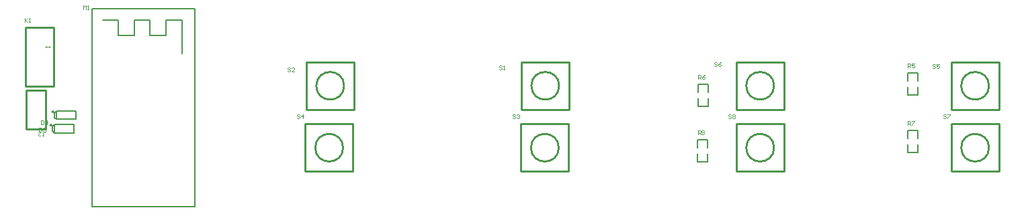
<source format=gto>
G04*
G04 #@! TF.GenerationSoftware,Altium Limited,Altium Designer,18.1.9 (240)*
G04*
G04 Layer_Color=65535*
%FSLAX24Y24*%
%MOIN*%
G70*
G01*
G75*
%ADD10C,0.0100*%
%ADD11C,0.0080*%
%ADD12C,0.0050*%
%ADD13C,0.0060*%
%ADD14C,0.0039*%
D10*
X33139Y29686D02*
G03*
X33139Y29686I-689J0D01*
G01*
X43809D02*
G03*
X43809Y29686I-689J0D01*
G01*
X54469Y29686D02*
G03*
X54469Y29686I-689J0D01*
G01*
X65134D02*
G03*
X65134Y29686I-689J0D01*
G01*
X54469Y26600D02*
G03*
X54469Y26600I-689J0D01*
G01*
X33089Y26600D02*
G03*
X33089Y26600I-689J0D01*
G01*
X43789D02*
G03*
X43789Y26600I-689J0D01*
G01*
X65134Y26600D02*
G03*
X65134Y26600I-689J0D01*
G01*
X33631Y28505D02*
Y30867D01*
X31269D02*
X33631D01*
X31269Y28505D02*
Y30867D01*
Y28505D02*
X33631D01*
X41939Y28505D02*
Y30867D01*
Y28505D02*
X44302D01*
Y30867D01*
X41939D02*
X44302D01*
X54961Y28505D02*
Y30867D01*
X52598D02*
X54961D01*
X52598Y28505D02*
Y30867D01*
Y28505D02*
X54961D01*
X63263Y28505D02*
Y30867D01*
Y28505D02*
X65626D01*
Y30867D01*
X63263D02*
X65626D01*
X18075Y27543D02*
X18334D01*
X17378D02*
X17558D01*
X18334D02*
Y29472D01*
X17378Y27543D02*
Y29472D01*
X18334D01*
X17558Y27543D02*
X18075D01*
X17331Y29675D02*
X18748D01*
Y32589D01*
X17331Y29675D02*
Y32589D01*
X18748D01*
X54961Y25419D02*
Y27781D01*
X52598D02*
X54961D01*
X52598Y25419D02*
Y27781D01*
Y25419D02*
X54961D01*
X31219D02*
Y27781D01*
Y25419D02*
X33581D01*
Y27781D01*
X31219D02*
X33581D01*
X41919D02*
X44281D01*
Y25419D02*
Y27781D01*
X41919Y25419D02*
X44281D01*
X41919D02*
Y27781D01*
X63263Y27781D02*
X65626D01*
Y25419D02*
Y27781D01*
X63263Y25419D02*
X65626D01*
X63263D02*
Y27781D01*
D11*
X18769Y28334D02*
X18860Y28425D01*
X19839Y28015D02*
Y28435D01*
X18869D02*
X19839D01*
X18869Y28015D02*
Y28425D01*
Y28015D02*
X19839D01*
X18769Y28106D02*
X18869Y28015D01*
X18769Y28106D02*
Y28334D01*
X18669Y27659D02*
X18760Y27750D01*
X19739Y27340D02*
Y27760D01*
X18769D02*
X19739D01*
X18769Y27340D02*
Y27750D01*
Y27340D02*
X19739D01*
X18669Y27431D02*
X18769Y27340D01*
X18669Y27431D02*
Y27659D01*
D12*
X18650Y28405D02*
X18730D01*
X18690Y28355D02*
Y28455D01*
X18550Y27730D02*
X18630D01*
X18590Y27680D02*
Y27780D01*
D13*
X51184Y26600D02*
Y27000D01*
X50684Y26600D02*
Y27000D01*
Y25900D02*
Y26300D01*
X51184Y25900D02*
Y26300D01*
X50684Y27000D02*
X51184D01*
X50684Y25900D02*
X51184D01*
X21158Y32963D02*
X21948D01*
Y32183D02*
Y32963D01*
Y32183D02*
X22738D01*
Y32953D01*
X23518D01*
Y32183D02*
Y32953D01*
Y32183D02*
X24318D01*
Y32963D01*
X25088D01*
X25098Y32953D01*
Y31293D02*
Y32953D01*
X20632Y23677D02*
X25750D01*
X20632Y33519D02*
X25750D01*
X25751Y23677D02*
Y33519D01*
X20631Y23677D02*
Y33519D01*
X61600Y27050D02*
Y27450D01*
X61100Y27050D02*
Y27450D01*
Y26350D02*
Y26750D01*
X61600Y26350D02*
Y26750D01*
X61100Y27450D02*
X61600D01*
X61100Y26350D02*
X61600D01*
X61100Y29234D02*
Y29634D01*
X61600Y29234D02*
Y29634D01*
Y29934D02*
Y30334D01*
X61100Y29934D02*
Y30334D01*
Y29234D02*
X61600D01*
X61100Y30334D02*
X61600D01*
X50700Y28650D02*
Y29050D01*
X51200Y28650D02*
Y29050D01*
Y29350D02*
Y29750D01*
X50700Y29350D02*
Y29750D01*
Y28650D02*
X51200D01*
X50700Y29750D02*
X51200D01*
D14*
X18531Y31673D02*
Y31608D01*
Y31640D01*
X18335D01*
Y31673D01*
Y31608D01*
X20200Y33500D02*
Y33697D01*
X20266Y33631D01*
X20331Y33697D01*
Y33500D01*
X20397D02*
X20462D01*
X20430D01*
Y33697D01*
X20397Y33664D01*
X52331Y28234D02*
X52298Y28267D01*
X52233D01*
X52200Y28234D01*
Y28201D01*
X52233Y28168D01*
X52298D01*
X52331Y28136D01*
Y28103D01*
X52298Y28070D01*
X52233D01*
X52200Y28103D01*
X52397Y28234D02*
X52430Y28267D01*
X52495D01*
X52528Y28234D01*
Y28201D01*
X52495Y28168D01*
X52528Y28136D01*
Y28103D01*
X52495Y28070D01*
X52430D01*
X52397Y28103D01*
Y28136D01*
X52430Y28168D01*
X52397Y28201D01*
Y28234D01*
X52430Y28168D02*
X52495D01*
X63001Y28234D02*
X62968Y28267D01*
X62903D01*
X62870Y28234D01*
Y28201D01*
X62903Y28168D01*
X62968D01*
X63001Y28136D01*
Y28103D01*
X62968Y28070D01*
X62903D01*
X62870Y28103D01*
X63067Y28267D02*
X63198D01*
Y28234D01*
X63067Y28103D01*
Y28070D01*
X51631Y30814D02*
X51598Y30847D01*
X51533D01*
X51500Y30814D01*
Y30781D01*
X51533Y30748D01*
X51598D01*
X51631Y30716D01*
Y30683D01*
X51598Y30650D01*
X51533D01*
X51500Y30683D01*
X51828Y30847D02*
X51762Y30814D01*
X51697Y30748D01*
Y30683D01*
X51730Y30650D01*
X51795D01*
X51828Y30683D01*
Y30716D01*
X51795Y30748D01*
X51697D01*
X62469Y30714D02*
X62436Y30747D01*
X62371D01*
X62338Y30714D01*
Y30681D01*
X62371Y30648D01*
X62436D01*
X62469Y30616D01*
Y30583D01*
X62436Y30550D01*
X62371D01*
X62338Y30583D01*
X62666Y30747D02*
X62535D01*
Y30648D01*
X62600Y30681D01*
X62633D01*
X62666Y30648D01*
Y30583D01*
X62633Y30550D01*
X62567D01*
X62535Y30583D01*
X30951Y28234D02*
X30918Y28267D01*
X30853D01*
X30820Y28234D01*
Y28201D01*
X30853Y28168D01*
X30918D01*
X30951Y28136D01*
Y28103D01*
X30918Y28070D01*
X30853D01*
X30820Y28103D01*
X31115Y28070D02*
Y28267D01*
X31017Y28168D01*
X31148D01*
X41651Y28234D02*
X41618Y28267D01*
X41553D01*
X41520Y28234D01*
Y28201D01*
X41553Y28168D01*
X41618D01*
X41651Y28136D01*
Y28103D01*
X41618Y28070D01*
X41553D01*
X41520Y28103D01*
X41717Y28234D02*
X41750Y28267D01*
X41815D01*
X41848Y28234D01*
Y28201D01*
X41815Y28168D01*
X41782D01*
X41815D01*
X41848Y28136D01*
Y28103D01*
X41815Y28070D01*
X41750D01*
X41717Y28103D01*
X30481Y30564D02*
X30448Y30597D01*
X30383D01*
X30350Y30564D01*
Y30531D01*
X30383Y30498D01*
X30448D01*
X30481Y30466D01*
Y30433D01*
X30448Y30400D01*
X30383D01*
X30350Y30433D01*
X30678Y30400D02*
X30547D01*
X30678Y30531D01*
Y30564D01*
X30645Y30597D01*
X30580D01*
X30547Y30564D01*
X40981Y30664D02*
X40948Y30697D01*
X40883D01*
X40850Y30664D01*
Y30631D01*
X40883Y30598D01*
X40948D01*
X40981Y30566D01*
Y30533D01*
X40948Y30500D01*
X40883D01*
X40850Y30533D01*
X41047Y30500D02*
X41112D01*
X41080D01*
Y30697D01*
X41047Y30664D01*
X50690Y27270D02*
Y27467D01*
X50788D01*
X50821Y27434D01*
Y27368D01*
X50788Y27336D01*
X50690D01*
X50756D02*
X50821Y27270D01*
X50887Y27434D02*
X50920Y27467D01*
X50985D01*
X51018Y27434D01*
Y27401D01*
X50985Y27368D01*
X51018Y27336D01*
Y27303D01*
X50985Y27270D01*
X50920D01*
X50887Y27303D01*
Y27336D01*
X50920Y27368D01*
X50887Y27401D01*
Y27434D01*
X50920Y27368D02*
X50985D01*
X61110Y27720D02*
Y27917D01*
X61208D01*
X61241Y27884D01*
Y27818D01*
X61208Y27786D01*
X61110D01*
X61176D02*
X61241Y27720D01*
X61307Y27917D02*
X61438D01*
Y27884D01*
X61307Y27753D01*
Y27720D01*
X50710Y30020D02*
Y30217D01*
X50808D01*
X50841Y30184D01*
Y30118D01*
X50808Y30086D01*
X50710D01*
X50776D02*
X50841Y30020D01*
X51038Y30217D02*
X50972Y30184D01*
X50907Y30118D01*
Y30053D01*
X50940Y30020D01*
X51005D01*
X51038Y30053D01*
Y30086D01*
X51005Y30118D01*
X50907D01*
X61110Y30600D02*
Y30797D01*
X61208D01*
X61241Y30764D01*
Y30698D01*
X61208Y30666D01*
X61110D01*
X61176D02*
X61241Y30600D01*
X61438Y30797D02*
X61307D01*
Y30698D01*
X61372Y30731D01*
X61405D01*
X61438Y30698D01*
Y30633D01*
X61405Y30600D01*
X61340D01*
X61307Y30633D01*
X17320Y33073D02*
Y32876D01*
Y32941D01*
X17451Y33073D01*
X17353Y32974D01*
X17451Y32876D01*
X17517D02*
X17582D01*
X17550D01*
Y33073D01*
X17517Y33040D01*
X18183Y27203D02*
X18249D01*
X18216D01*
Y27367D01*
X18249Y27400D01*
X18281D01*
X18314Y27367D01*
X17986Y27400D02*
X18117D01*
X17986Y27269D01*
Y27236D01*
X18019Y27203D01*
X18085D01*
X18117Y27236D01*
X18100Y27972D02*
Y27775D01*
X18198D01*
X18231Y27808D01*
Y27939D01*
X18198Y27972D01*
X18100D01*
X18395Y27775D02*
Y27972D01*
X18297Y27873D01*
X18428D01*
X18000Y27597D02*
Y27400D01*
X18098D01*
X18131Y27433D01*
Y27564D01*
X18098Y27597D01*
X18000D01*
X18197Y27564D02*
X18230Y27597D01*
X18295D01*
X18328Y27564D01*
Y27531D01*
X18295Y27498D01*
X18262D01*
X18295D01*
X18328Y27466D01*
Y27433D01*
X18295Y27400D01*
X18230D01*
X18197Y27433D01*
M02*

</source>
